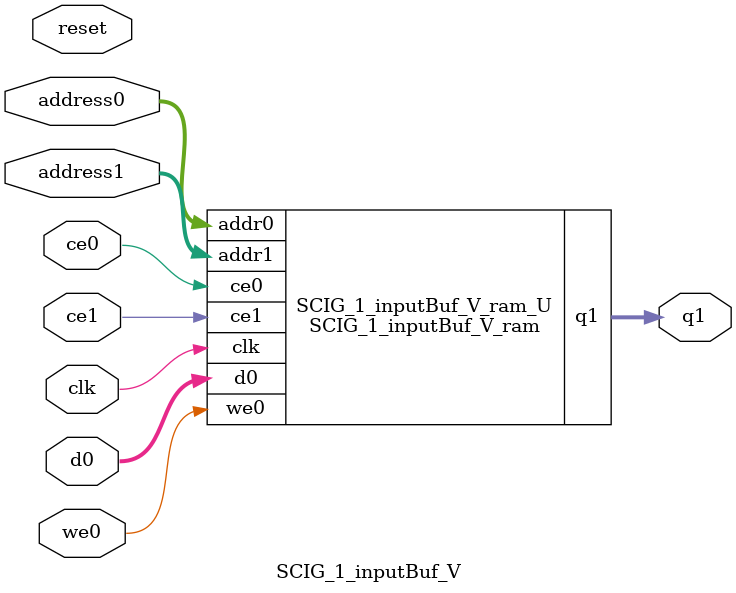
<source format=v>
`timescale 1 ns / 1 ps
module SCIG_1_inputBuf_V_ram (addr0, ce0, d0, we0, addr1, ce1, q1,  clk);

parameter DWIDTH = 8;
parameter AWIDTH = 14;
parameter MEM_SIZE = 10500;

input[AWIDTH-1:0] addr0;
input ce0;
input[DWIDTH-1:0] d0;
input we0;
input[AWIDTH-1:0] addr1;
input ce1;
output reg[DWIDTH-1:0] q1;
input clk;

(* ram_style = "block" *)reg [DWIDTH-1:0] ram[0:MEM_SIZE-1];




always @(posedge clk)  
begin 
    if (ce0) 
    begin
        if (we0) 
        begin 
            ram[addr0] <= d0; 
        end 
    end
end


always @(posedge clk)  
begin 
    if (ce1) 
    begin
        q1 <= ram[addr1];
    end
end


endmodule

`timescale 1 ns / 1 ps
module SCIG_1_inputBuf_V(
    reset,
    clk,
    address0,
    ce0,
    we0,
    d0,
    address1,
    ce1,
    q1);

parameter DataWidth = 32'd8;
parameter AddressRange = 32'd10500;
parameter AddressWidth = 32'd14;
input reset;
input clk;
input[AddressWidth - 1:0] address0;
input ce0;
input we0;
input[DataWidth - 1:0] d0;
input[AddressWidth - 1:0] address1;
input ce1;
output[DataWidth - 1:0] q1;



SCIG_1_inputBuf_V_ram SCIG_1_inputBuf_V_ram_U(
    .clk( clk ),
    .addr0( address0 ),
    .ce0( ce0 ),
    .we0( we0 ),
    .d0( d0 ),
    .addr1( address1 ),
    .ce1( ce1 ),
    .q1( q1 ));

endmodule


</source>
